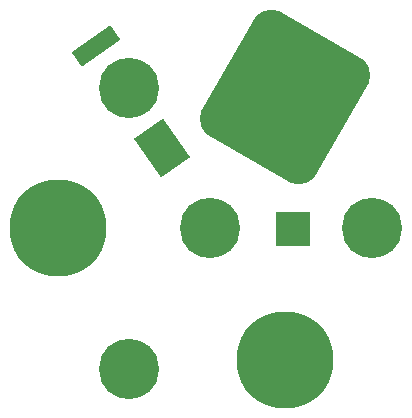
<source format=gbr>
G04 Layer_Color=16711935*
%FSLAX25Y25*%
%MOIN*%
%TF.FileFunction,Soldermask,Bot*%
%TF.Part,Single*%
G01*
G75*
%TA.AperFunction,ConnectorPad*%
%ADD67C,0.20079*%
G04:AMPARAMS|DCode=69|XSize=118.11mil|YSize=157.48mil|CornerRadius=0mil|HoleSize=0mil|Usage=FLASHONLY|Rotation=35.000|XOffset=0mil|YOffset=0mil|HoleType=Round|Shape=Rectangle|*
%AMROTATEDRECTD69*
4,1,4,-0.00321,-0.09837,-0.09354,0.03063,0.00321,0.09837,0.09354,-0.03063,-0.00321,-0.09837,0.0*
%
%ADD69ROTATEDRECTD69*%

%ADD70R,0.11811X0.11811*%
G04:AMPARAMS|DCode=71|XSize=59.06mil|YSize=157.48mil|CornerRadius=0mil|HoleSize=0mil|Usage=FLASHONLY|Rotation=125.000|XOffset=0mil|YOffset=0mil|HoleType=Round|Shape=Rectangle|*
%AMROTATEDRECTD71*
4,1,4,0.08144,0.02098,-0.04756,-0.06935,-0.08144,-0.02098,0.04756,0.06935,0.08144,0.02098,0.0*
%
%ADD71ROTATEDRECTD71*%

%TA.AperFunction,ConnectorPad*%
G04:AMPARAMS|DCode=72|XSize=476.38mil|YSize=437.01mil|CornerRadius=66.93mil|HoleSize=0mil|Usage=FLASHONLY|Rotation=60.000|XOffset=0mil|YOffset=0mil|HoleType=Round|Shape=RoundedRectangle|*
%AMROUNDEDRECTD72*
21,1,0.47638,0.30315,0,0,60.0*
21,1,0.34252,0.43701,0,0,60.0*
1,1,0.13386,0.21690,0.07253*
1,1,0.13386,0.04564,-0.22410*
1,1,0.13386,-0.21690,-0.07253*
1,1,0.13386,-0.04564,0.22410*
%
%ADD72ROUNDEDRECTD72*%
%TA.AperFunction,ConnectorPad*%
%ADD73C,0.32283*%
D67*
X86201Y86201D02*
D03*
X59183Y39405D02*
D03*
X140236Y86201D02*
D03*
X59183Y132997D02*
D03*
D69*
X70354Y112937D02*
D03*
D70*
X113906Y85905D02*
D03*
D71*
X48356Y146902D02*
D03*
D72*
X111447Y129928D02*
D03*
D73*
X35709Y86201D02*
D03*
X111447Y42473D02*
D03*
%TF.MD5,59CD648818E40718C597295ECF334ED3*%
M02*

</source>
